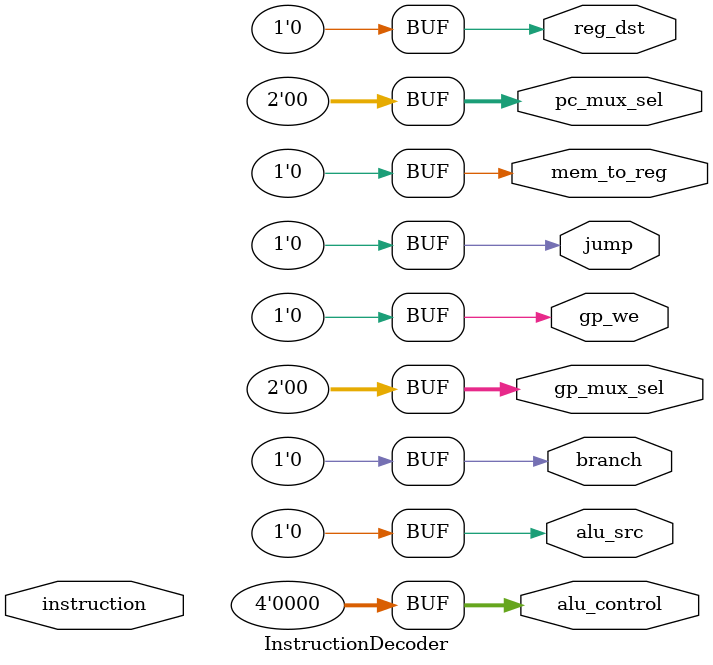
<source format=v>
module InstructionDecoder(
    input wire [31:0] instruction,
    output reg [3:0] alu_control,
    output reg alu_src,
    output reg [1:0] pc_mux_sel,
    output reg [1:0] gp_mux_sel,
    output reg branch,
    output reg jump,
    output reg mem_to_reg,
    output reg reg_dst,
    output reg gp_we
);
    // Add the logic for the instruction decoder here
    always @(*) begin
        // Decode instruction here
        alu_control = 4'b0000;
        alu_src = 0;
        pc_mux_sel = 2'b00;
        gp_mux_sel = 2'b00;
        branch = 0;
        jump = 0;
        mem_to_reg = 0;
        reg_dst = 0;
        gp_we = 0;
    end
endmodule
</source>
